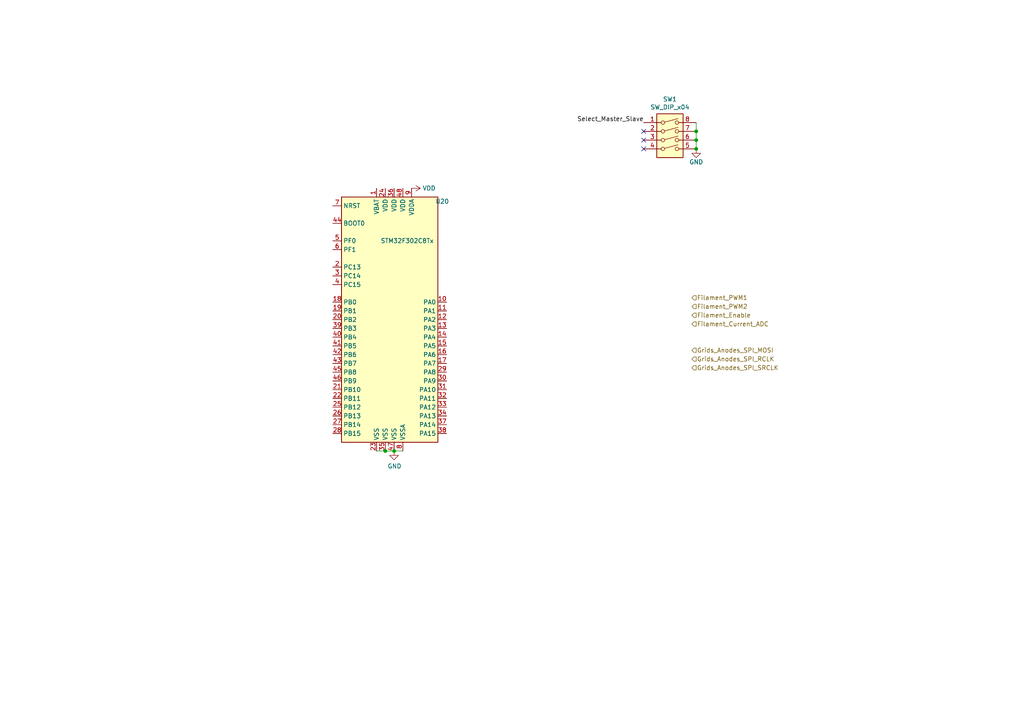
<source format=kicad_sch>
(kicad_sch (version 20211123) (generator eeschema)
  (paper "A4")
  (lib_symbols
    (symbol "MCU_ST_STM32F3:STM32F302C8Tx"
      (property "Reference" "U" (at -15.24 36.83 0))
      (property "Value" "STM32F302C8Tx" (at 7.62 36.83 0))
      (symbol "STM32F302C8Tx_0_1"
        (rectangle (start -15.24 -35.56) (end 12.7 35.56) (stroke (width 0.254)) (fill (type background)))
      )
      (symbol "STM32F302C8Tx_1_1"
        (pin power_in line (at -5.08 38.1 270) (length 2.54) (name "VBAT") (number "1"))
        (pin bidirectional line (at 15.24 5.08 180) (length 2.54) (name "PA0") (number "10"))
        (pin bidirectional line (at 15.24 2.54 180) (length 2.54) (name "PA1") (number "11"))
        (pin bidirectional line (at 15.24 0 180) (length 2.54) (name "PA2") (number "12"))
        (pin bidirectional line (at 15.24 -2.54 180) (length 2.54) (name "PA3") (number "13"))
        (pin bidirectional line (at 15.24 -5.08 180) (length 2.54) (name "PA4") (number "14"))
        (pin bidirectional line (at 15.24 -7.62 180) (length 2.54) (name "PA5") (number "15"))
        (pin bidirectional line (at 15.24 -10.16 180) (length 2.54) (name "PA6") (number "16"))
        (pin bidirectional line (at 15.24 -12.7 180) (length 2.54) (name "PA7") (number "17"))
        (pin bidirectional line (at -17.78 5.08 0) (length 2.54) (name "PB0") (number "18"))
        (pin bidirectional line (at -17.78 2.54 0) (length 2.54) (name "PB1") (number "19"))
        (pin bidirectional line (at -17.78 15.24 0) (length 2.54) (name "PC13") (number "2"))
        (pin bidirectional line (at -17.78 0 0) (length 2.54) (name "PB2") (number "20"))
        (pin bidirectional line (at -17.78 -20.32 0) (length 2.54) (name "PB10") (number "21"))
        (pin bidirectional line (at -17.78 -22.86 0) (length 2.54) (name "PB11") (number "22"))
        (pin power_in line (at -5.08 -38.1 90) (length 2.54) (name "VSS") (number "23"))
        (pin power_in line (at -2.54 38.1 270) (length 2.54) (name "VDD") (number "24"))
        (pin bidirectional line (at -17.78 -25.4 0) (length 2.54) (name "PB12") (number "25"))
        (pin bidirectional line (at -17.78 -27.94 0) (length 2.54) (name "PB13") (number "26"))
        (pin bidirectional line (at -17.78 -30.48 0) (length 2.54) (name "PB14") (number "27"))
        (pin bidirectional line (at -17.78 -33.02 0) (length 2.54) (name "PB15") (number "28"))
        (pin bidirectional line (at 15.24 -15.24 180) (length 2.54) (name "PA8") (number "29"))
        (pin bidirectional line (at -17.78 12.7 0) (length 2.54) (name "PC14") (number "3"))
        (pin bidirectional line (at 15.24 -17.78 180) (length 2.54) (name "PA9") (number "30"))
        (pin bidirectional line (at 15.24 -20.32 180) (length 2.54) (name "PA10") (number "31"))
        (pin bidirectional line (at 15.24 -22.86 180) (length 2.54) (name "PA11") (number "32"))
        (pin bidirectional line (at 15.24 -25.4 180) (length 2.54) (name "PA12") (number "33"))
        (pin bidirectional line (at 15.24 -27.94 180) (length 2.54) (name "PA13") (number "34"))
        (pin power_in line (at -2.54 -38.1 90) (length 2.54) (name "VSS") (number "35"))
        (pin power_in line (at 0 38.1 270) (length 2.54) (name "VDD") (number "36"))
        (pin bidirectional line (at 15.24 -30.48 180) (length 2.54) (name "PA14") (number "37"))
        (pin bidirectional line (at 15.24 -33.02 180) (length 2.54) (name "PA15") (number "38"))
        (pin bidirectional line (at -17.78 -2.54 0) (length 2.54) (name "PB3") (number "39"))
        (pin bidirectional line (at -17.78 10.16 0) (length 2.54) (name "PC15") (number "4"))
        (pin bidirectional line (at -17.78 -5.08 0) (length 2.54) (name "PB4") (number "40"))
        (pin bidirectional line (at -17.78 -7.62 0) (length 2.54) (name "PB5") (number "41"))
        (pin bidirectional line (at -17.78 -10.16 0) (length 2.54) (name "PB6") (number "42"))
        (pin bidirectional line (at -17.78 -12.7 0) (length 2.54) (name "PB7") (number "43"))
        (pin input line (at -17.78 27.94 0) (length 2.54) (name "BOOT0") (number "44"))
        (pin bidirectional line (at -17.78 -15.24 0) (length 2.54) (name "PB8") (number "45"))
        (pin bidirectional line (at -17.78 -17.78 0) (length 2.54) (name "PB9") (number "46"))
        (pin power_in line (at 0 -38.1 90) (length 2.54) (name "VSS") (number "47"))
        (pin power_in line (at 2.54 38.1 270) (length 2.54) (name "VDD") (number "48"))
        (pin input line (at -17.78 22.86 0) (length 2.54) (name "PF0") (number "5"))
        (pin input line (at -17.78 20.32 0) (length 2.54) (name "PF1") (number "6"))
        (pin input line (at -17.78 33.02 0) (length 2.54) (name "NRST") (number "7"))
        (pin power_in line (at 2.54 -38.1 90) (length 2.54) (name "VSSA") (number "8"))
        (pin power_in line (at 5.08 38.1 270) (length 2.54) (name "VDDA") (number "9"))
      )
    )
    (symbol "Switch:SW_DIP_x04" (pin_names (offset 0) hide)
      (property "Reference" "SW" (at 0 8.89 0))
      (property "Value" "SW_DIP_x04" (at 0 -6.35 0))
      (symbol "SW_DIP_x04_0_0"
        (circle (center -2.032 -2.54) (radius 0.508))
        (circle (center -2.032 0) (radius 0.508))
        (circle (center -2.032 2.54) (radius 0.508))
        (circle (center -2.032 5.08) (radius 0.508))
        (polyline (pts (xy -1.524 -2.3876) (xy 2.3622 -1.3462)))
        (polyline (pts (xy -1.524 0.127) (xy 2.3622 1.1684)))
        (polyline (pts (xy -1.524 2.667) (xy 2.3622 3.7084)))
        (polyline (pts (xy -1.524 5.207) (xy 2.3622 6.2484)))
        (circle (center 2.032 -2.54) (radius 0.508))
        (circle (center 2.032 0) (radius 0.508))
        (circle (center 2.032 2.54) (radius 0.508))
        (circle (center 2.032 5.08) (radius 0.508))
      )
      (symbol "SW_DIP_x04_0_1"
        (rectangle (start -3.81 7.62) (end 3.81 -5.08) (stroke (width 0.254)) (fill (type background)))
      )
      (symbol "SW_DIP_x04_1_1"
        (pin passive line (at -7.62 5.08 0) (length 5.08) (name "~") (number "1"))
        (pin passive line (at -7.62 2.54 0) (length 5.08) (name "~") (number "2"))
        (pin passive line (at -7.62 0 0) (length 5.08) (name "~") (number "3"))
        (pin passive line (at -7.62 -2.54 0) (length 5.08) (name "~") (number "4"))
        (pin passive line (at 7.62 -2.54 180) (length 5.08) (name "~") (number "5"))
        (pin passive line (at 7.62 0 180) (length 5.08) (name "~") (number "6"))
        (pin passive line (at 7.62 2.54 180) (length 5.08) (name "~") (number "7"))
        (pin passive line (at 7.62 5.08 180) (length 5.08) (name "~") (number "8"))
      )
    )
    (symbol "power:GND" (power) (pin_names (offset 0))
      (property "Value" "GND" (at 0 -3.81 0))
      (symbol "GND_0_1"
        (polyline (pts (xy 0 0) (xy 0 -1.27) (xy 1.27 -1.27) (xy 0 -2.54) (xy -1.27 -1.27) (xy 0 -1.27)))
      )
      (symbol "GND_1_1"
        (pin power_in line (at 0 0 270) (length 0) hide (name "GND") (number "1"))
      )
    )
    (symbol "power:VDD" (power) (pin_names (offset 0))
      (property "Value" "VDD" (at 0 3.81 0))
      (symbol "VDD_0_1"
        (polyline (pts (xy -0.762 1.27) (xy 0 2.54)))
        (polyline (pts (xy 0 0) (xy 0 2.54)))
        (polyline (pts (xy 0 2.54) (xy 0.762 1.27)))
      )
      (symbol "VDD_1_1"
        (pin power_in line (at 0 0 90) (length 0) hide (name "VDD") (number "1"))
      )
    )
  )
  (junction (at 111.76 130.81))
  (junction (at 201.93 43.18))
  (junction (at 201.93 38.1))
  (junction (at 201.93 40.64))
  (junction (at 114.3 130.81))
  (no_connect (at 186.69 38.1))
  (no_connect (at 186.69 43.18))
  (no_connect (at 186.69 40.64))
  (wire (pts (xy 109.22 130.81) (xy 111.76 130.81)))
  (wire (pts (xy 201.93 38.1) (xy 201.93 40.64)))
  (wire (pts (xy 201.93 40.64) (xy 201.93 43.18)))
  (wire (pts (xy 201.93 35.56) (xy 201.93 38.1)))
  (wire (pts (xy 114.3 130.81) (xy 116.84 130.81)))
  (wire (pts (xy 111.76 130.81) (xy 114.3 130.81)))
  (label "Select_Master_Slave" (at 186.69 35.56 180))
  (hierarchical_label "Filament_Enable" (shape input) (at 200.66 91.44 0))
  (hierarchical_label "Filament_Current_ADC" (shape input) (at 200.66 93.98 0))
  (hierarchical_label "Grids_Anodes_SPI_MOSI" (shape input) (at 200.66 101.6 0))
  (hierarchical_label "Filament_PWM2" (shape input) (at 200.66 88.9 0))
  (hierarchical_label "Grids_Anodes_SPI_RCLK" (shape input) (at 200.66 104.14 0))
  (hierarchical_label "Filament_PWM1" (shape input) (at 200.66 86.36 0))
  (hierarchical_label "Grids_Anodes_SPI_SRCLK" (shape input) (at 200.66 106.68 0))
  (symbol (lib_id "power:VDD") (at 119.38 54.61 270) (unit 1)
    (property "Reference" "#PWR0123" (effects hide))
    (property "Value" "VDD" (at 124.46 54.61 90))
  )
  (symbol (lib_id "MCU_ST_STM32F3:STM32F302C8Tx") (at 114.3 92.71 0) (unit 1)
    (property "Reference" "U20" (at 128.27 58.42 0))
    (property "Value" "STM32F302C8Tx" (at 118.11 69.85 0))
    (property "Footprint" "Package_QFP:LQFP-48_7x7mm_P0.5mm" (effects hide))
    (property "Datasheet" "http://www.st.com/st-web-ui/static/active/en/resource/technical/document/datasheet/DM00093333.pdf" (effects hide))
  )
  (symbol (lib_id "power:GND") (at 114.3 130.81 0) (unit 1)
    (property "Reference" "#PWR0136" (effects hide))
    (property "Value" "GND" (at 114.427 135.2042 0))
  )
  (symbol (lib_id "Switch:SW_DIP_x04") (at 194.31 40.64 0)
    (property "Reference" "SW1" (at 194.31 28.7782 0))
    (property "Value" "SW_DIP_x04" (at 194.31 31.0896 0))
    (property "Footprint" "Button_Switch_SMD:SW_DIP_SPSTx04_Slide_6.7x11.72mm_W6.73mm_P2.54mm_LowProfile_JPin" (effects hide))
  )
  (symbol (lib_id "power:GND") (at 201.93 43.18 0)
    (property "Reference" "#PWR0142" (effects hide))
    (property "Value" "GND" (at 201.93 46.99 0))
  )
)
</source>
